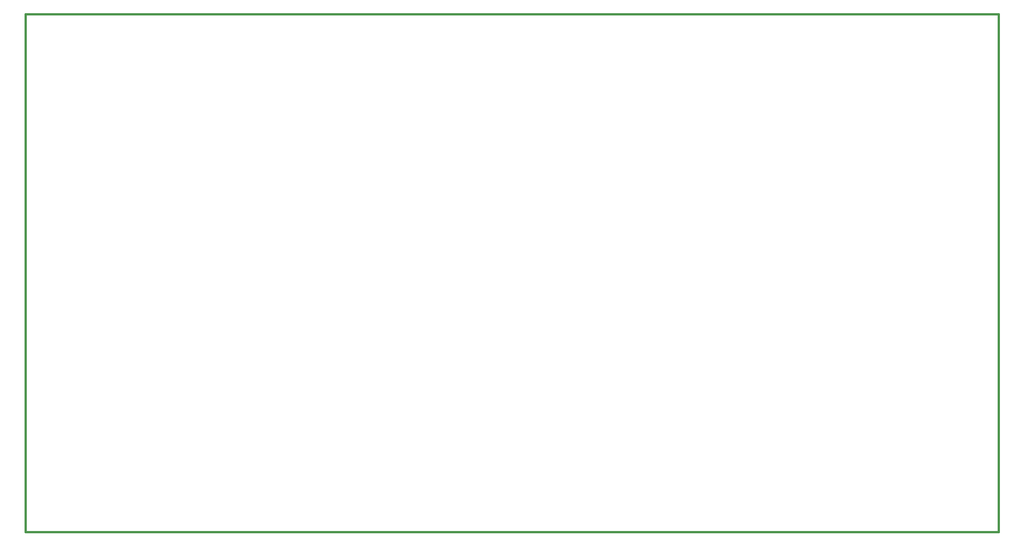
<source format=gbr>
G04 (created by PCBNEW-RS274X (2011-07-08)-stable) date Sun 14 Aug 2011 04:05:59 PM EDT*
G01*
G70*
G90*
%MOIN*%
G04 Gerber Fmt 3.4, Leading zero omitted, Abs format*
%FSLAX34Y34*%
G04 APERTURE LIST*
%ADD10C,0.006000*%
%ADD11C,0.015000*%
G04 APERTURE END LIST*
G54D10*
G54D11*
X16400Y-56500D02*
X87800Y-56500D01*
X16400Y-52200D02*
X16400Y-56500D01*
X16400Y-18500D02*
X16400Y-52200D01*
X87800Y-18500D02*
X16400Y-18500D01*
X87800Y-56500D02*
X87800Y-18500D01*
X73200Y-56500D02*
X73300Y-56500D01*
X58700Y-56500D02*
X58800Y-56500D01*
X44300Y-56500D02*
X44400Y-56500D01*
X87700Y-56500D02*
X87800Y-56500D01*
X60000Y-18500D02*
X59800Y-18500D01*
X73300Y-18500D02*
X73100Y-18500D01*
X45500Y-18500D02*
X45300Y-18500D01*
X58800Y-18500D02*
X58600Y-18500D01*
X31100Y-18500D02*
X30900Y-18500D01*
X44400Y-18500D02*
X44200Y-18500D01*
X29900Y-18500D02*
X29700Y-18500D01*
X16600Y-18500D02*
X16400Y-18500D01*
X87800Y-18500D02*
X87600Y-18500D01*
X74500Y-18500D02*
X74300Y-18500D01*
M02*

</source>
